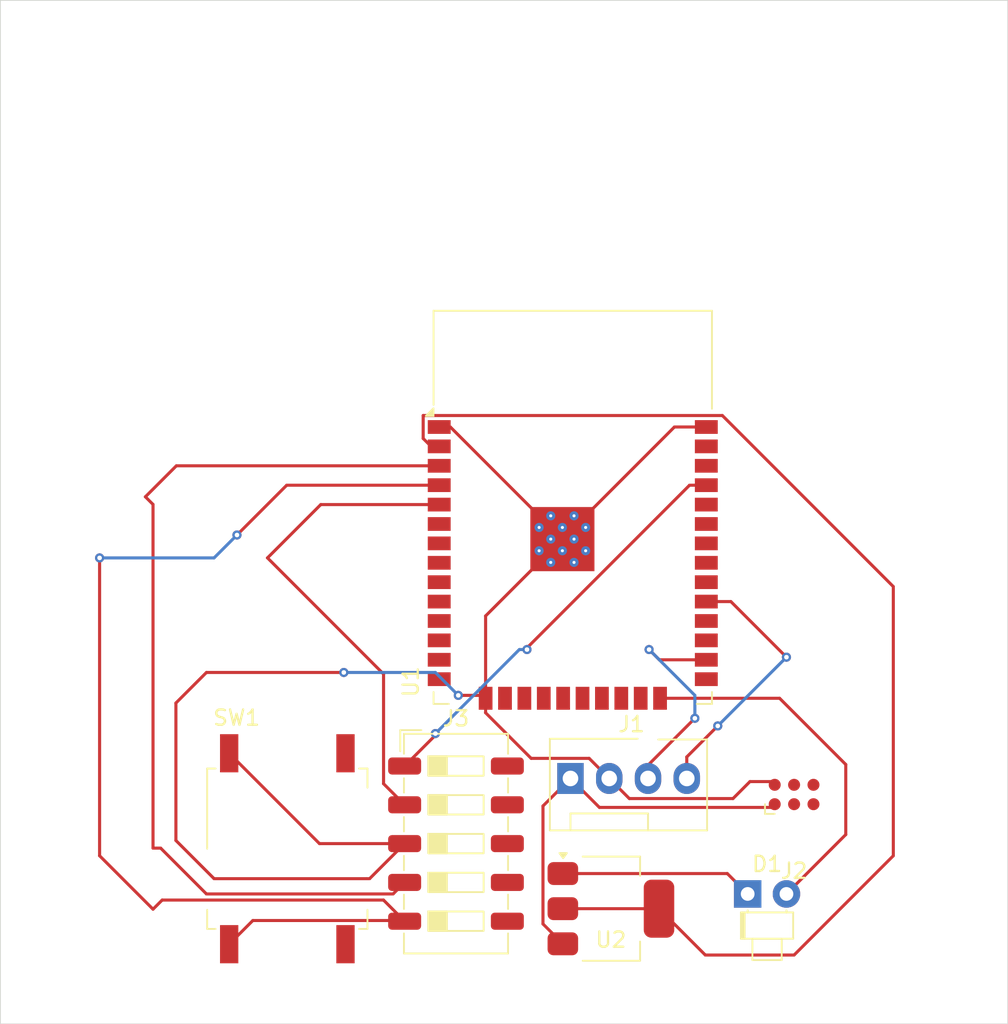
<source format=kicad_pcb>
(kicad_pcb (version 20241229) (generator "pcbnew") (generator_version "9.0")
  (layers (0 "F.Cu" signal) (2 "B.Cu" signal) (13 "F.Paste" user) (15 "B.Paste" user) (5 "F.SilkS" user "F.Silkscreen") (7 "B.SilkS" user "B.Silkscreen") (1 "F.Mask" user) (3 "B.Mask" user) (25 "Edge.Cuts" user))
  (net 0 "")
  (net 1 "/esp24")
  (net 2 "GND")
  (net 3 "/gnd")
  (net 4 "/esp26")
  (net 5 "/pin1")
  (net 6 "/esp29")
  (net 7 "/esp5")
  (net 8 "/en")
  (net 9 "/esp35")
  (net 10 "/esp4")
  (net 23 "+5V")
  (footprint "RF_Module:ESP32-WROOM-32" (layer "F.Cu") (at 184.5 90.18)
    (property "Reference" "U1" (at -10.61 8.43 90) (layer "F.SilkS"))
    (property "Value" "ESP32-WROOM-32")
    (fp_line (start -9.12 -15.86) (end -9.12 -9.7) (stroke (width 0.12)) (layer "F.SilkS"))
    (fp_line (start -9.12 -15.86) (end 9.12 -15.86) (stroke (width 0.12)) (layer "F.SilkS"))
    (fp_line (start -9.12 9.1) (end -9.12 9.88) (stroke (width 0.12)) (layer "F.SilkS"))
    (fp_line (start -9.12 9.88) (end -8.12 9.88) (stroke (width 0.12)) (layer "F.SilkS"))
    (fp_line (start 9.12 -15.86) (end 9.12 -9.445) (stroke (width 0.12)) (layer "F.SilkS"))
    (fp_line (start 9.12 9.1) (end 9.12 9.88) (stroke (width 0.12)) (layer "F.SilkS"))
    (fp_line (start 9.12 9.88) (end 8.12 9.88) (stroke (width 0.12)) (layer "F.SilkS"))
    (fp_poly (pts (xy -9.125 -8.975) (xy -9.625 -8.975) (xy -9.125 -9.475) (xy -9.125 -8.975)) (stroke (width 0.12)) (fill yes) (layer "F.SilkS"))
    (pad "1" smd rect (at -8.75 -8.25) (size 1.5 0.9) (layers "F.Cu" "F.Mask" "F.Paste") (net 3 "/gnd"))
    (pad "2" smd rect (at -8.75 -6.98) (size 1.5 0.9) (layers "F.Cu" "F.Mask" "F.Paste") (net 23 "+5V"))
    (pad "3" smd rect (at -8.75 -5.71) (size 1.5 0.9) (layers "F.Cu" "F.Mask" "F.Paste") (net 8 "/en"))
    (pad "4" smd rect (at -8.75 -4.44) (size 1.5 0.9) (layers "F.Cu" "F.Mask" "F.Paste") (net 10 "/esp4"))
    (pad "5" smd rect (at -8.75 -3.17) (size 1.5 0.9) (layers "F.Cu" "F.Mask" "F.Paste") (net 7 "/esp5"))
    (pad "6" smd rect (at -8.75 -1.9) (size 1.5 0.9) (layers "F.Cu" "F.Mask" "F.Paste"))
    (pad "7" smd rect (at -8.75 -0.63) (size 1.5 0.9) (layers "F.Cu" "F.Mask" "F.Paste"))
    (pad "8" smd rect (at -8.75 0.64) (size 1.5 0.9) (layers "F.Cu" "F.Mask" "F.Paste"))
    (pad "9" smd rect (at -8.75 1.91) (size 1.5 0.9) (layers "F.Cu" "F.Mask" "F.Paste"))
    (pad "10" smd rect (at -8.75 3.18) (size 1.5 0.9) (layers "F.Cu" "F.Mask" "F.Paste"))
    (pad "11" smd rect (at -8.75 4.45) (size 1.5 0.9) (layers "F.Cu" "F.Mask" "F.Paste"))
    (pad "12" smd rect (at -8.75 5.72) (size 1.5 0.9) (layers "F.Cu" "F.Mask" "F.Paste"))
    (pad "13" smd rect (at -8.75 6.99) (size 1.5 0.9) (layers "F.Cu" "F.Mask" "F.Paste"))
    (pad "14" smd rect (at -8.75 8.26) (size 1.5 0.9) (layers "F.Cu" "F.Mask" "F.Paste"))
    (pad "15" smd rect (at -5.71 9.51 90) (size 1.5 0.9) (layers "F.Cu" "F.Mask" "F.Paste") (net 3 "/gnd"))
    (pad "16" smd rect (at -4.44 9.51 90) (size 1.5 0.9) (layers "F.Cu" "F.Mask" "F.Paste"))
    (pad "17" smd rect (at -3.17 9.51 90) (size 1.5 0.9) (layers "F.Cu" "F.Mask" "F.Paste"))
    (pad "18" smd rect (at -1.9 9.51 90) (size 1.5 0.9) (layers "F.Cu" "F.Mask" "F.Paste"))
    (pad "19" smd rect (at -0.63 9.51 90) (size 1.5 0.9) (layers "F.Cu" "F.Mask" "F.Paste"))
    (pad "20" smd rect (at 0.64 9.51 90) (size 1.5 0.9) (layers "F.Cu" "F.Mask" "F.Paste"))
    (pad "21" smd rect (at 1.91 9.51 90) (size 1.5 0.9) (layers "F.Cu" "F.Mask" "F.Paste"))
    (pad "22" smd rect (at 3.18 9.51 90) (size 1.5 0.9) (layers "F.Cu" "F.Mask" "F.Paste"))
    (pad "23" smd rect (at 4.45 9.51 90) (size 1.5 0.9) (layers "F.Cu" "F.Mask" "F.Paste"))
    (pad "24" smd rect (at 5.72 9.51 90) (size 1.5 0.9) (layers "F.Cu" "F.Mask" "F.Paste") (net 1 "/esp24"))
    (pad "25" smd rect (at 8.75 8.26) (size 1.5 0.9) (layers "F.Cu" "F.Mask" "F.Paste"))
    (pad "26" smd rect (at 8.75 6.99) (size 1.5 0.9) (layers "F.Cu" "F.Mask" "F.Paste") (net 4 "/esp26"))
    (pad "27" smd rect (at 8.75 5.72) (size 1.5 0.9) (layers "F.Cu" "F.Mask" "F.Paste"))
    (pad "28" smd rect (at 8.75 4.45) (size 1.5 0.9) (layers "F.Cu" "F.Mask" "F.Paste"))
    (pad "29" smd rect (at 8.75 3.18) (size 1.5 0.9) (layers "F.Cu" "F.Mask" "F.Paste") (net 6 "/esp29"))
    (pad "30" smd rect (at 8.75 1.91) (size 1.5 0.9) (layers "F.Cu" "F.Mask" "F.Paste"))
    (pad "31" smd rect (at 8.75 0.64) (size 1.5 0.9) (layers "F.Cu" "F.Mask" "F.Paste"))
    (pad "32" smd rect (at 8.75 -0.63) (size 1.5 0.9) (layers "F.Cu" "F.Mask" "F.Paste"))
    (pad "33" smd rect (at 8.75 -1.9) (size 1.5 0.9) (layers "F.Cu" "F.Mask" "F.Paste"))
    (pad "34" smd rect (at 8.75 -3.17) (size 1.5 0.9) (layers "F.Cu" "F.Mask" "F.Paste"))
    (pad "35" smd rect (at 8.75 -4.44) (size 1.5 0.9) (layers "F.Cu" "F.Mask" "F.Paste") (net 9 "/esp35"))
    (pad "36" smd rect (at 8.75 -5.71) (size 1.5 0.9) (layers "F.Cu" "F.Mask" "F.Paste"))
    (pad "37" smd rect (at 8.75 -6.98) (size 1.5 0.9) (layers "F.Cu" "F.Mask" "F.Paste"))
    (pad "38" smd rect (at 8.75 -8.25) (size 1.5 0.9) (layers "F.Cu" "F.Mask" "F.Paste") (net 3 "/gnd"))
    (pad "39" smd rect (at -2.205 -2.435) (size 1.05 1.05) (layers "F.Cu" "F.Paste") (net 3 "/gnd"))
    (pad "39" thru_hole circle (at -2.205 -1.6725) (size 0.6 0.6) (drill 0.2) (property pad_prop_heatsink) (layers "*.Cu" "F.Mask") (net 3 "/gnd"))
    (pad "39" smd rect (at -2.205 -0.91) (size 1.05 1.05) (layers "F.Cu" "F.Paste") (net 3 "/gnd"))
    (pad "39" thru_hole circle (at -2.205 -0.1475) (size 0.6 0.6) (drill 0.2) (property pad_prop_heatsink) (layers "*.Cu" "F.Mask") (net 3 "/gnd"))
    (pad "39" smd rect (at -2.205 0.615) (size 1.05 1.05) (layers "F.Cu" "F.Paste") (net 3 "/gnd"))
    (pad "39" thru_hole circle (at -1.4425 -2.435) (size 0.6 0.6) (drill 0.2) (property pad_prop_heatsink) (layers "*.Cu" "F.Mask") (net 3 "/gnd"))
    (pad "39" thru_hole circle (at -1.4425 -0.91) (size 0.6 0.6) (drill 0.2) (property pad_prop_heatsink) (layers "*.Cu" "F.Mask") (net 3 "/gnd"))
    (pad "39" thru_hole circle (at -1.4425 0.615) (size 0.6 0.6) (drill 0.2) (property pad_prop_heatsink) (layers "*.Cu" "F.Mask") (net 3 "/gnd"))
    (pad "39" smd rect (at -0.68 -2.435) (size 1.05 1.05) (layers "F.Cu" "F.Paste") (net 3 "/gnd"))
    (pad "39" thru_hole circle (at -0.68 -1.6725) (size 0.6 0.6) (drill 0.2) (property pad_prop_heatsink) (layers "*.Cu" "F.Mask") (net 3 "/gnd"))
    (pad "39" smd rect (at -0.68 -0.91) (size 1.05 1.05) (layers "F.Cu" "F.Paste") (net 3 "/gnd"))
    (pad "39" smd rect (at -0.68 -0.91) (size 4.2 4.2) (property pad_prop_heatsink) (layers "F.Cu" "F.Mask") (net 3 "/gnd"))
    (pad "39" thru_hole circle (at -0.68 -0.1475) (size 0.6 0.6) (drill 0.2) (property pad_prop_heatsink) (layers "*.Cu" "F.Mask") (net 3 "/gnd"))
    (pad "39" smd rect (at -0.68 0.615) (size 1.05 1.05) (layers "F.Cu" "F.Paste") (net 3 "/gnd"))
    (pad "39" thru_hole circle (at 0.0825 -2.435) (size 0.6 0.6) (drill 0.2) (property pad_prop_heatsink) (layers "*.Cu" "F.Mask") (net 3 "/gnd"))
    (pad "39" thru_hole circle (at 0.0825 -0.91) (size 0.6 0.6) (drill 0.2) (property pad_prop_heatsink) (layers "*.Cu" "F.Mask") (net 3 "/gnd"))
    (pad "39" thru_hole circle (at 0.0825 0.615) (size 0.6 0.6) (drill 0.2) (property pad_prop_heatsink) (layers "*.Cu" "F.Mask") (net 3 "/gnd"))
    (pad "39" smd rect (at 0.845 -2.435) (size 1.05 1.05) (layers "F.Cu" "F.Paste") (net 3 "/gnd"))
    (pad "39" thru_hole circle (at 0.845 -1.6725) (size 0.6 0.6) (drill 0.2) (property pad_prop_heatsink) (layers "*.Cu" "F.Mask") (net 3 "/gnd"))
    (pad "39" smd rect (at 0.845 -0.91) (size 1.05 1.05) (layers "F.Cu" "F.Paste") (net 3 "/gnd"))
    (pad "39" thru_hole circle (at 0.845 -0.1475) (size 0.6 0.6) (drill 0.2) (property pad_prop_heatsink) (layers "*.Cu" "F.Mask") (net 3 "/gnd"))
    (pad "39" smd rect (at 0.845 0.615) (size 1.05 1.05) (layers "F.Cu" "F.Paste") (net 3 "/gnd"))
  )
  (footprint "Button_Switch_SMD:SW_MEC_5GSH9" (layer "F.Cu") (at 165.8 109.54)
    (property "Reference" "SW1" (at -3.325 -8.575 180) (layer "F.SilkS"))
    (property "Value" "SW_Push")
    (fp_line (start -5.25 -5.25) (end -5.25 0) (stroke (width 0.12)) (layer "F.SilkS"))
    (fp_line (start -5.25 5.25) (end -5.25 4) (stroke (width 0.12)) (layer "F.SilkS"))
    (fp_line (start -4.7 -5.25) (end -5.25 -5.25) (stroke (width 0.12)) (layer "F.SilkS"))
    (fp_line (start -4.7 5.25) (end -5.25 5.25) (stroke (width 0.12)) (layer "F.SilkS"))
    (fp_line (start 4.7 -5.25) (end 5.25 -5.25) (stroke (width 0.12)) (layer "F.SilkS"))
    (fp_line (start 4.7 5.25) (end 5.25 5.25) (stroke (width 0.12)) (layer "F.SilkS"))
    (fp_line (start 5.25 -5.25) (end 5.25 -4) (stroke (width 0.12)) (layer "F.SilkS"))
    (fp_line (start 5.25 5.25) (end 5.25 4) (stroke (width 0.12)) (layer "F.SilkS"))
    (pad "1" smd rect (at -3.81 -6.25 90) (size 2.5 1.2) (layers "F.Cu" "F.Mask" "F.Paste") (net 3 "/gnd"))
    (pad "2" smd rect (at -3.81 6.25 90) (size 2.5 1.2) (layers "F.Cu" "F.Mask" "F.Paste") (net 10 "/esp4"))
    (pad "3" smd rect (at 3.81 -6.25 90) (size 2.5 1.2) (layers "F.Cu" "F.Mask" "F.Paste"))
    (pad "4" smd rect (at 3.81 6.25 90) (size 2.5 1.2) (layers "F.Cu" "F.Mask" "F.Paste"))
  )
  (footprint "Connector:Tag-Connect_TC2030-IDC-FP_2x03_P1.27mm_Vertical" (layer "F.Cu") (at 199 105.99)
    (property "Reference" "J2" (at 0 5 0) (layer "F.SilkS"))
    (property "Value" "Barrel_Jack")
    (fp_line (start -1.905 1.27) (end -1.905 0.635) (stroke (width 0.12)) (layer "F.SilkS"))
    (fp_line (start -1.27 1.27) (end -1.905 1.27) (stroke (width 0.12)) (layer "F.SilkS"))
    (pad "" np_thru_hole circle (at -2.54 -2.54) (size 2.3749 2.3749) (drill 2.3749) (layers "*.Cu" "*.Mask"))
    (pad "" np_thru_hole circle (at -2.54 0) (size 0.9906 0.9906) (drill 0.9906) (layers "*.Cu" "*.Mask"))
    (pad "" np_thru_hole circle (at -2.54 2.54) (size 2.3749 2.3749) (drill 2.3749) (layers "*.Cu" "*.Mask"))
    (pad "" np_thru_hole circle (at 0.635 -2.54) (size 2.3749 2.3749) (drill 2.3749) (layers "*.Cu" "*.Mask"))
    (pad "" np_thru_hole circle (at 0.635 2.54) (size 2.3749 2.3749) (drill 2.3749) (layers "*.Cu" "*.Mask"))
    (pad "" np_thru_hole circle (at 2.54 -1.016) (size 0.9906 0.9906) (drill 0.9906) (layers "*.Cu" "*.Mask"))
    (pad "" np_thru_hole circle (at 2.54 1.016) (size 0.9906 0.9906) (drill 0.9906) (layers "*.Cu" "*.Mask"))
    (pad "1" connect circle (at -1.27 0.635) (size 0.7874 0.7874) (layers "F.Cu" "F.Mask") (net 5 "/pin1"))
    (pad "2" connect circle (at -1.27 -0.635) (size 0.7874 0.7874) (layers "F.Cu" "F.Mask") (net 3 "/gnd"))
    (pad "3" connect circle (at 0 0.635) (size 0.7874 0.7874) (layers "F.Cu" "F.Mask"))
    (pad "4" connect circle (at 0 -0.635) (size 0.7874 0.7874) (layers "F.Cu" "F.Mask"))
    (pad "5" connect circle (at 1.27 0.635) (size 0.7874 0.7874) (layers "F.Cu" "F.Mask"))
    (pad "6" connect circle (at 1.27 -0.635) (size 0.7874 0.7874) (layers "F.Cu" "F.Mask"))
  )
  (footprint "Connector:FanPinHeader_1x04_P2.54mm_Vertical" (layer "F.Cu") (at 184.35 104.94)
    (property "Reference" "J1" (at 4 -3.55 0) (layer "F.SilkS"))
    (property "Value" "Conn_01x04_Pin")
    (fp_line (start -1.35 -2.6) (end 4.4 -2.6) (stroke (width 0.12)) (layer "F.SilkS"))
    (fp_line (start -1.35 3.4) (end -1.35 -2.6) (stroke (width 0.12)) (layer "F.SilkS"))
    (fp_line (start 0 2.29) (end 5.08 2.29) (stroke (width 0.12)) (layer "F.SilkS"))
    (fp_line (start 0 3.3) (end 0 2.29) (stroke (width 0.12)) (layer "F.SilkS"))
    (fp_line (start 5.08 2.29) (end 5.08 3.3) (stroke (width 0.12)) (layer "F.SilkS"))
    (fp_line (start 5.75 -2.55) (end 8.95 -2.55) (stroke (width 0.12)) (layer "F.SilkS"))
    (fp_line (start 8.95 -2.55) (end 8.95 3.4) (stroke (width 0.12)) (layer "F.SilkS"))
    (fp_line (start 8.95 3.4) (end -1.35 3.4) (stroke (width 0.12)) (layer "F.SilkS"))
    (pad "" np_thru_hole circle (at 5.08 -2.16 90) (size 1.1 1.1) (drill 1.1) (layers "*.Cu" "*.Mask"))
    (pad "1" thru_hole rect (at 0 0 90) (size 2.03 1.73) (drill 1.02) (layers "*.Cu" "*.Mask") (net 5 "/pin1"))
    (pad "2" thru_hole oval (at 2.54 0 90) (size 2.03 1.73) (drill 1.02) (layers "*.Cu" "*.Mask") (net 3 "/gnd"))
    (pad "3" thru_hole oval (at 5.08 0 90) (size 2.03 1.73) (drill 1.02) (layers "*.Cu" "*.Mask") (net 4 "/esp26"))
    (pad "4" thru_hole oval (at 7.62 0 90) (size 2.03 1.73) (drill 1.02) (layers "*.Cu" "*.Mask") (net 6 "/esp29"))
  )
  (footprint "Button_Switch_SMD:SW_DIP_SPSTx05_Slide_6.7x14.26mm_W6.73mm_P2.54mm_LowProfile_JPin" (layer "F.Cu") (at 176.85 109.205)
    (property "Reference" "J3" (at 0 -8.19 0) (layer "F.SilkS"))
    (property "Value" "Conn_01x05_Pin")
    (fp_line (start -3.65 -7.43) (end -3.65 -6.047) (stroke (width 0.12)) (layer "F.SilkS"))
    (fp_line (start -3.65 -7.43) (end -2.267 -7.43) (stroke (width 0.12)) (layer "F.SilkS"))
    (fp_line (start -3.41 -7.19) (end -3.41 -5.88) (stroke (width 0.12)) (layer "F.SilkS"))
    (fp_line (start -3.41 -7.19) (end 3.41 -7.19) (stroke (width 0.12)) (layer "F.SilkS"))
    (fp_line (start -3.41 -4.28) (end -3.41 -3.34) (stroke (width 0.12)) (layer "F.SilkS"))
    (fp_line (start -3.41 -1.74) (end -3.41 -0.8) (stroke (width 0.12)) (layer "F.SilkS"))
    (fp_line (start -3.41 0.8) (end -3.41 1.74) (stroke (width 0.12)) (layer "F.SilkS"))
    (fp_line (start -3.41 3.34) (end -3.41 4.28) (stroke (width 0.12)) (layer "F.SilkS"))
    (fp_line (start -3.41 5.88) (end -3.41 7.19) (stroke (width 0.12)) (layer "F.SilkS"))
    (fp_line (start -3.41 7.19) (end 3.41 7.19) (stroke (width 0.12)) (layer "F.SilkS"))
    (fp_line (start -0.603333 -5.715) (end -0.603333 -4.445) (stroke (width 0.12)) (layer "F.SilkS"))
    (fp_line (start -0.603333 -3.175) (end -0.603333 -1.905) (stroke (width 0.12)) (layer "F.SilkS"))
    (fp_line (start -0.603333 -0.635) (end -0.603333 0.635) (stroke (width 0.12)) (layer "F.SilkS"))
    (fp_line (start -0.603333 1.905) (end -0.603333 3.175) (stroke (width 0.12)) (layer "F.SilkS"))
    (fp_line (start -0.603333 4.445) (end -0.603333 5.715) (stroke (width 0.12)) (layer "F.SilkS"))
    (fp_line (start 3.41 -7.19) (end 3.41 -5.88) (stroke (width 0.12)) (layer "F.SilkS"))
    (fp_line (start 3.41 -4.28) (end 3.41 -3.34) (stroke (width 0.12)) (layer "F.SilkS"))
    (fp_line (start 3.41 -1.74) (end 3.41 -0.8) (stroke (width 0.12)) (layer "F.SilkS"))
    (fp_line (start 3.41 0.8) (end 3.41 1.74) (stroke (width 0.12)) (layer "F.SilkS"))
    (fp_line (start 3.41 3.34) (end 3.41 4.28) (stroke (width 0.12)) (layer "F.SilkS"))
    (fp_line (start 3.41 5.88) (end 3.41 7.19) (stroke (width 0.12)) (layer "F.SilkS"))
    (fp_rect (start -1.81 -5.715) (end -0.603333 -4.445) (stroke (width 0.12)) (fill yes) (layer "F.SilkS"))
    (fp_rect (start -1.81 -5.715) (end 1.81 -4.445) (stroke (width 0.12)) (fill no) (layer "F.SilkS"))
    (fp_rect (start -1.81 -3.175) (end -0.603333 -1.905) (stroke (width 0.12)) (fill yes) (layer "F.SilkS"))
    (fp_rect (start -1.81 -3.175) (end 1.81 -1.905) (stroke (width 0.12)) (fill no) (layer "F.SilkS"))
    (fp_rect (start -1.81 -0.635) (end -0.603333 0.635) (stroke (width 0.12)) (fill yes) (layer "F.SilkS"))
    (fp_rect (start -1.81 -0.635) (end 1.81 0.635) (stroke (width 0.12)) (fill no) (layer "F.SilkS"))
    (fp_rect (start -1.81 1.905) (end -0.603333 3.175) (stroke (width 0.12)) (fill yes) (layer "F.SilkS"))
    (fp_rect (start -1.81 1.905) (end 1.81 3.175) (stroke (width 0.12)) (fill no) (layer "F.SilkS"))
    (fp_rect (start -1.81 4.445) (end -0.603333 5.715) (stroke (width 0.12)) (fill yes) (layer "F.SilkS"))
    (fp_rect (start -1.81 4.445) (end 1.81 5.715) (stroke (width 0.12)) (fill no) (layer "F.SilkS"))
    (pad "1" smd roundrect (at -3.365 -5.08) (size 2.16 1.12) (layers "F.Cu" "F.Mask" "F.Paste") (roundrect_rratio 0.223214) (net 9 "/esp35"))
    (pad "2" smd roundrect (at -3.365 -2.54) (size 2.16 1.12) (layers "F.Cu" "F.Mask" "F.Paste") (roundrect_rratio 0.223214) (net 7 "/esp5"))
    (pad "3" smd roundrect (at -3.365 0) (size 2.16 1.12) (layers "F.Cu" "F.Mask" "F.Paste") (roundrect_rratio 0.223214) (net 3 "/gnd"))
    (pad "4" smd roundrect (at -3.365 2.54) (size 2.16 1.12) (layers "F.Cu" "F.Mask" "F.Paste") (roundrect_rratio 0.223214) (net 8 "/en"))
    (pad "5" smd roundrect (at -3.365 5.08) (size 2.16 1.12) (layers "F.Cu" "F.Mask" "F.Paste") (roundrect_rratio 0.223214) (net 10 "/esp4"))
    (pad "6" smd roundrect (at 3.365 5.08) (size 2.16 1.12) (layers "F.Cu" "F.Mask" "F.Paste") (roundrect_rratio 0.223214))
    (pad "7" smd roundrect (at 3.365 2.54) (size 2.16 1.12) (layers "F.Cu" "F.Mask" "F.Paste") (roundrect_rratio 0.223214))
    (pad "8" smd roundrect (at 3.365 0) (size 2.16 1.12) (layers "F.Cu" "F.Mask" "F.Paste") (roundrect_rratio 0.223214))
    (pad "9" smd roundrect (at 3.365 -2.54) (size 2.16 1.12) (layers "F.Cu" "F.Mask" "F.Paste") (roundrect_rratio 0.223214))
    (pad "10" smd roundrect (at 3.365 -5.08) (size 2.16 1.12) (layers "F.Cu" "F.Mask" "F.Paste") (roundrect_rratio 0.223214))
  )
  (footprint "LED_THT:LED_D1.8mm_W1.8mm_H2.4mm_Horizontal_O1.27mm_Z1.6mm" (layer "F.Cu") (at 195.96 112.5)
    (property "Reference" "D1" (at 1.27 -1.96 0) (layer "F.SilkS"))
    (property "Value" "LED")
    (fp_line (start -0.44 1.21) (end -0.44 2.93) (stroke (width 0.12)) (layer "F.SilkS"))
    (fp_line (start -0.44 2.93) (end 2.98 2.93) (stroke (width 0.12)) (layer "F.SilkS"))
    (fp_line (start -0.32 1.21) (end -0.32 2.93) (stroke (width 0.12)) (layer "F.SilkS"))
    (fp_line (start -0.2 1.21) (end -0.2 2.93) (stroke (width 0.12)) (layer "F.SilkS"))
    (fp_line (start 0 1.08) (end 0 1.08) (stroke (width 0.12)) (layer "F.SilkS"))
    (fp_line (start 0 1.08) (end 0 1.21) (stroke (width 0.12)) (layer "F.SilkS"))
    (fp_line (start 0 1.21) (end 0 1.08) (stroke (width 0.12)) (layer "F.SilkS"))
    (fp_line (start 0 1.21) (end 0 1.21) (stroke (width 0.12)) (layer "F.SilkS"))
    (fp_line (start 0.31 2.93) (end 0.31 4.33) (stroke (width 0.12)) (layer "F.SilkS"))
    (fp_line (start 0.31 4.33) (end 2.23 4.33) (stroke (width 0.12)) (layer "F.SilkS"))
    (fp_line (start 2.23 2.93) (end 0.31 2.93) (stroke (width 0.12)) (layer "F.SilkS"))
    (fp_line (start 2.23 4.33) (end 2.23 2.93) (stroke (width 0.12)) (layer "F.SilkS"))
    (fp_line (start 2.54 1.08) (end 2.54 1.08) (stroke (width 0.12)) (layer "F.SilkS"))
    (fp_line (start 2.54 1.08) (end 2.54 1.21) (stroke (width 0.12)) (layer "F.SilkS"))
    (fp_line (start 2.54 1.21) (end 2.54 1.08) (stroke (width 0.12)) (layer "F.SilkS"))
    (fp_line (start 2.54 1.21) (end 2.54 1.21) (stroke (width 0.12)) (layer "F.SilkS"))
    (fp_line (start 2.98 1.21) (end -0.44 1.21) (stroke (width 0.12)) (layer "F.SilkS"))
    (fp_line (start 2.98 2.93) (end 2.98 1.21) (stroke (width 0.12)) (layer "F.SilkS"))
    (pad "1" thru_hole rect (at 0 0) (size 1.8 1.8) (drill 0.9) (layers "*.Cu" "*.Mask") (net 2 "GND"))
    (pad "2" thru_hole circle (at 2.54 0) (size 1.8 1.8) (drill 0.9) (layers "*.Cu" "*.Mask") (net 1 "/esp24"))
  )
  (footprint "Package_TO_SOT_SMD:SOT-223-3_TabPin2" (layer "F.Cu") (at 187 113.465)
    (property "Reference" "U2" (at 0 2.035 0) (layer "F.SilkS"))
    (property "Value" "AMS1117-3.3")
    (fp_line (start -1.85 -3.41) (end 1.91 -3.41) (stroke (width 0.12)) (layer "F.SilkS"))
    (fp_line (start -1.85 3.41) (end 1.91 3.41) (stroke (width 0.12)) (layer "F.SilkS"))
    (fp_line (start 1.91 -3.41) (end 1.91 -2.15) (stroke (width 0.12)) (layer "F.SilkS"))
    (fp_line (start 1.91 3.41) (end 1.91 2.15) (stroke (width 0.12)) (layer "F.SilkS"))
    (fp_poly (pts (xy -3.13 -3.31) (xy -3.37 -3.64) (xy -2.89 -3.64) (xy -3.13 -3.31)) (stroke (width 0.12)) (fill yes) (layer "F.SilkS"))
    (pad "1" smd roundrect (at -3.15 -2.3) (size 2 1.5) (layers "F.Cu" "F.Mask" "F.Paste") (net 2 "GND"))
    (pad "2" smd roundrect (at -3.15 0) (size 2 1.5) (layers "F.Cu" "F.Mask" "F.Paste") (net 23 "+5V"))
    (pad "2" smd roundrect (at 3.15 0) (size 2 3.8) (layers "F.Cu" "F.Mask" "F.Paste") (net 23 "+5V"))
    (pad "3" smd roundrect (at -3.15 2.3) (size 2 1.5) (layers "F.Cu" "F.Mask" "F.Paste") (net 5 "/pin1"))
  )
  (gr_rect (start 147 54) (end 213 121) (stroke (width 0.05)) (fill no) (layer "Edge.Cuts"))
  (segment (start 202.3863 108.6137) (end 202.3863 104.025603) (width 0.2) (layer "F.Cu") (net 1))
  (segment (start 202.3863 104.025603) (end 198.050697 99.69) (width 0.2) (layer "F.Cu") (net 1))
  (segment (start 198.050697 99.69) (end 190.22 99.69) (width 0.2) (layer "F.Cu") (net 1))
  (segment (start 198.5 112.5) (end 202.3863 108.6137) (width 0.2) (layer "F.Cu") (net 1))
  (segment (start 194.625 111.165) (end 183.85 111.165) (width 0.2) (layer "F.Cu") (net 2))
  (segment (start 195.96 112.5) (end 194.625 111.165) (width 0.2) (layer "F.Cu") (net 2))
  (segment (start 178.79 99.69) (end 178.79 100.64) (width 0.2) (layer "F.Cu") (net 3))
  (segment (start 177 99.5) (end 178.6 99.5) (width 0.2) (layer "F.Cu") (net 3))
  (segment (start 158.5 109) (end 158.5 100) (width 0.2) (layer "F.Cu") (net 3))
  (segment (start 194.997151 106.256) (end 196.109451 105.1437) (width 0.2) (layer "F.Cu") (net 3))
  (segment (start 160.5 98) (end 169.5 98) (width 0.2) (layer "F.Cu") (net 3))
  (segment (start 173.485 109.205) (end 171.19 111.5) (width 0.2) (layer "F.Cu") (net 3))
  (segment (start 197.5187 105.1437) (end 197.73 105.355) (width 0.2) (layer "F.Cu") (net 3))
  (segment (start 182.295 90.795) (end 178.79 94.3) (width 0.2) (layer "F.Cu") (net 3))
  (segment (start 178.6 99.5) (end 178.79 99.69) (width 0.2) (layer "F.Cu") (net 3))
  (segment (start 188.206 106.256) (end 194.997151 106.256) (width 0.2) (layer "F.Cu") (net 3))
  (segment (start 176.48 81.93) (end 182.295 87.745) (width 0.2) (layer "F.Cu") (net 3))
  (segment (start 171 111.5) (end 161 111.5) (width 0.2) (layer "F.Cu") (net 3))
  (segment (start 193.25 81.93) (end 191.16 81.93) (width 0.2) (layer "F.Cu") (net 3))
  (segment (start 196.109451 105.1437) (end 197.5187 105.1437) (width 0.2) (layer "F.Cu") (net 3))
  (segment (start 181.774 103.624) (end 185.574 103.624) (width 0.2) (layer "F.Cu") (net 3))
  (segment (start 167.905 109.205) (end 161.99 103.29) (width 0.2) (layer "F.Cu") (net 3))
  (segment (start 191.16 81.93) (end 185.345 87.745) (width 0.2) (layer "F.Cu") (net 3))
  (segment (start 173.485 109.205) (end 167.905 109.205) (width 0.2) (layer "F.Cu") (net 3))
  (segment (start 186.89 104.94) (end 188.206 106.256) (width 0.2) (layer "F.Cu") (net 3))
  (segment (start 158.5 100) (end 160.5 98) (width 0.2) (layer "F.Cu") (net 3))
  (segment (start 178.79 100.64) (end 181.774 103.624) (width 0.2) (layer "F.Cu") (net 3))
  (segment (start 171.19 111.5) (end 171 111.5) (width 0.2) (layer "F.Cu") (net 3))
  (segment (start 178.79 94.3) (end 178.79 99.69) (width 0.2) (layer "F.Cu") (net 3))
  (segment (start 185.574 103.624) (end 186.89 104.94) (width 0.2) (layer "F.Cu") (net 3))
  (segment (start 175.75 81.93) (end 176.48 81.93) (width 0.2) (layer "F.Cu") (net 3))
  (segment (start 161 111.5) (end 158.5 109) (width 0.2) (layer "F.Cu") (net 3))
  (via (at 169.5 98) (size 0.6) (drill 0.3) (layers "F.Cu" "B.Cu") (net 3))
  (via (at 177 99.5) (size 0.6) (drill 0.3) (layers "F.Cu" "B.Cu") (net 3))
  (segment (start 169.5 98) (end 175.5 98) (width 0.2) (layer "B.Cu") (net 3))
  (segment (start 175.5 98) (end 177 99.5) (width 0.2) (layer "B.Cu") (net 3))
  (segment (start 189.43 104.94) (end 189.43 104.07) (width 0.2) (layer "F.Cu") (net 4))
  (segment (start 189.43 104.07) (end 192.5 101) (width 0.2) (layer "F.Cu") (net 4))
  (segment (start 189.5 96.5) (end 190.17 97.17) (width 0.2) (layer "F.Cu") (net 4))
  (segment (start 190.17 97.17) (end 193.25 97.17) (width 0.2) (layer "F.Cu") (net 4))
  (via (at 189.5 96.5) (size 0.6) (drill 0.3) (layers "F.Cu" "B.Cu") (net 4))
  (via (at 192.5 101) (size 0.6) (drill 0.3) (layers "F.Cu" "B.Cu") (net 4))
  (segment (start 192.5 99.5) (end 189.5 96.5) (width 0.2) (layer "B.Cu") (net 4))
  (segment (start 192.5 101) (end 192.5 99.5) (width 0.2) (layer "B.Cu") (net 4))
  (segment (start 197.5187 106.8363) (end 197.73 106.625) (width 0.2) (layer "F.Cu") (net 5))
  (segment (start 183.85 115.765) (end 182.549 114.464) (width 0.2) (layer "F.Cu") (net 5))
  (segment (start 186.2463 106.8363) (end 197.5187 106.8363) (width 0.2) (layer "F.Cu") (net 5))
  (segment (start 184.35 104.94) (end 186.2463 106.8363) (width 0.2) (layer "F.Cu") (net 5))
  (segment (start 182.549 114.464) (end 182.549 106.741) (width 0.2) (layer "F.Cu") (net 5))
  (segment (start 182.549 106.741) (end 184.35 104.94) (width 0.2) (layer "F.Cu") (net 5))
  (segment (start 194.86 93.36) (end 193.25 93.36) (width 0.2) (layer "F.Cu") (net 6))
  (segment (start 198.5 97) (end 194.86 93.36) (width 0.2) (layer "F.Cu") (net 6))
  (segment (start 191.97 104.94) (end 191.97 103.53) (width 0.2) (layer "F.Cu") (net 6))
  (segment (start 191.97 103.53) (end 194 101.5) (width 0.2) (layer "F.Cu") (net 6))
  (via (at 198.5 97) (size 0.6) (drill 0.3) (layers "F.Cu" "B.Cu") (net 6))
  (via (at 194 101.5) (size 0.6) (drill 0.3) (layers "F.Cu" "B.Cu") (net 6))
  (segment (start 194 101.5) (end 198.5 97) (width 0.2) (layer "B.Cu") (net 6))
  (segment (start 164.5 90.5) (end 172.104 98.104) (width 0.2) (layer "F.Cu") (net 7))
  (segment (start 172.104 105.284) (end 173.485 106.665) (width 0.2) (layer "F.Cu") (net 7))
  (segment (start 172.104 98.104) (end 172.104 105.284) (width 0.2) (layer "F.Cu") (net 7))
  (segment (start 175.75 87.01) (end 167.99 87.01) (width 0.2) (layer "F.Cu") (net 7))
  (segment (start 167.99 87.01) (end 164.5 90.5) (width 0.2) (layer "F.Cu") (net 7))
  (segment (start 157.5 109.5) (end 160.5 112.5) (width 0.2) (layer "F.Cu") (net 8))
  (segment (start 175.75 84.47) (end 158.53 84.47) (width 0.2) (layer "F.Cu") (net 8))
  (segment (start 157 87) (end 157 109.5) (width 0.2) (layer "F.Cu") (net 8))
  (segment (start 160.5 112.5) (end 172.73 112.5) (width 0.2) (layer "F.Cu") (net 8))
  (segment (start 157 109.5) (end 157.5 109.5) (width 0.2) (layer "F.Cu") (net 8))
  (segment (start 172.73 112.5) (end 173.485 111.745) (width 0.2) (layer "F.Cu") (net 8))
  (segment (start 156.5 86.5) (end 157 87) (width 0.2) (layer "F.Cu") (net 8))
  (segment (start 158.53 84.47) (end 156.5 86.5) (width 0.2) (layer "F.Cu") (net 8))
  (segment (start 181.5 96.392) (end 181.5 96.5) (width 0.2) (layer "F.Cu") (net 9))
  (segment (start 175.5 102) (end 175.5 102.11) (width 0.2) (layer "F.Cu") (net 9))
  (segment (start 193.25 85.74) (end 192.152 85.74) (width 0.2) (layer "F.Cu") (net 9))
  (segment (start 175.5 102.11) (end 173.485 104.125) (width 0.2) (layer "F.Cu") (net 9))
  (segment (start 192.152 85.74) (end 181.5 96.392) (width 0.2) (layer "F.Cu") (net 9))
  (via (at 175.5 102) (size 0.6) (drill 0.3) (layers "F.Cu" "B.Cu") (net 9))
  (via (at 181.5 96.5) (size 0.6) (drill 0.3) (layers "F.Cu" "B.Cu") (net 9))
  (segment (start 181.5 96.5) (end 181 96.5) (width 0.2) (layer "B.Cu") (net 9))
  (segment (start 181 96.5) (end 175.5 102) (width 0.2) (layer "B.Cu") (net 9))
  (segment (start 161.99 115.79) (end 163.541 114.239) (width 0.2) (layer "F.Cu") (net 10))
  (segment (start 157.599 112.901) (end 157 113.5) (width 0.2) (layer "F.Cu") (net 10))
  (segment (start 172.101 112.901) (end 157.599 112.901) (width 0.2) (layer "F.Cu") (net 10))
  (segment (start 162.5 89) (end 165.76 85.74) (width 0.2) (layer "F.Cu") (net 10))
  (segment (start 173.485 114.285) (end 172.101 112.901) (width 0.2) (layer "F.Cu") (net 10))
  (segment (start 165.76 85.74) (end 175.75 85.74) (width 0.2) (layer "F.Cu") (net 10))
  (segment (start 153.5 110) (end 153.5 90.5) (width 0.2) (layer "F.Cu") (net 10))
  (segment (start 157 113.5) (end 153.5 110) (width 0.2) (layer "F.Cu") (net 10))
  (segment (start 163.541 114.239) (end 173.439 114.239) (width 0.2) (layer "F.Cu") (net 10))
  (segment (start 173.439 114.239) (end 173.485 114.285) (width 0.2) (layer "F.Cu") (net 10))
  (via (at 153.5 90.5) (size 0.6) (drill 0.3) (layers "F.Cu" "B.Cu") (net 10))
  (via (at 162.5 89) (size 0.6) (drill 0.3) (layers "F.Cu" "B.Cu") (net 10))
  (segment (start 161 90.5) (end 162.5 89) (width 0.2) (layer "B.Cu") (net 10))
  (segment (start 153.5 90.5) (end 161 90.5) (width 0.2) (layer "B.Cu") (net 10))
  (segment (start 174.699 81.179) (end 194.301 81.179) (width 0.2) (layer "F.Cu") (net 23))
  (segment (start 199 116.5) (end 193.185 116.5) (width 0.2) (layer "F.Cu") (net 23))
  (segment (start 193.185 116.5) (end 190.15 113.465) (width 0.2) (layer "F.Cu") (net 23))
  (segment (start 174.699 82.681) (end 174.699 81.179) (width 0.2) (layer "F.Cu") (net 23))
  (segment (start 175.75 83.2) (end 175.218 83.2) (width 0.2) (layer "F.Cu") (net 23))
  (segment (start 205.5 110) (end 199 116.5) (width 0.2) (layer "F.Cu") (net 23))
  (segment (start 175.218 83.2) (end 174.699 82.681) (width 0.2) (layer "F.Cu") (net 23))
  (segment (start 205.5 92.378) (end 205.5 110) (width 0.2) (layer "F.Cu") (net 23))
  (segment (start 190.15 113.465) (end 183.85 113.465) (width 0.2) (layer "F.Cu") (net 23))
  (segment (start 194.301 81.179) (end 205.5 92.378) (width 0.2) (layer "F.Cu") (net 23))
)
</source>
